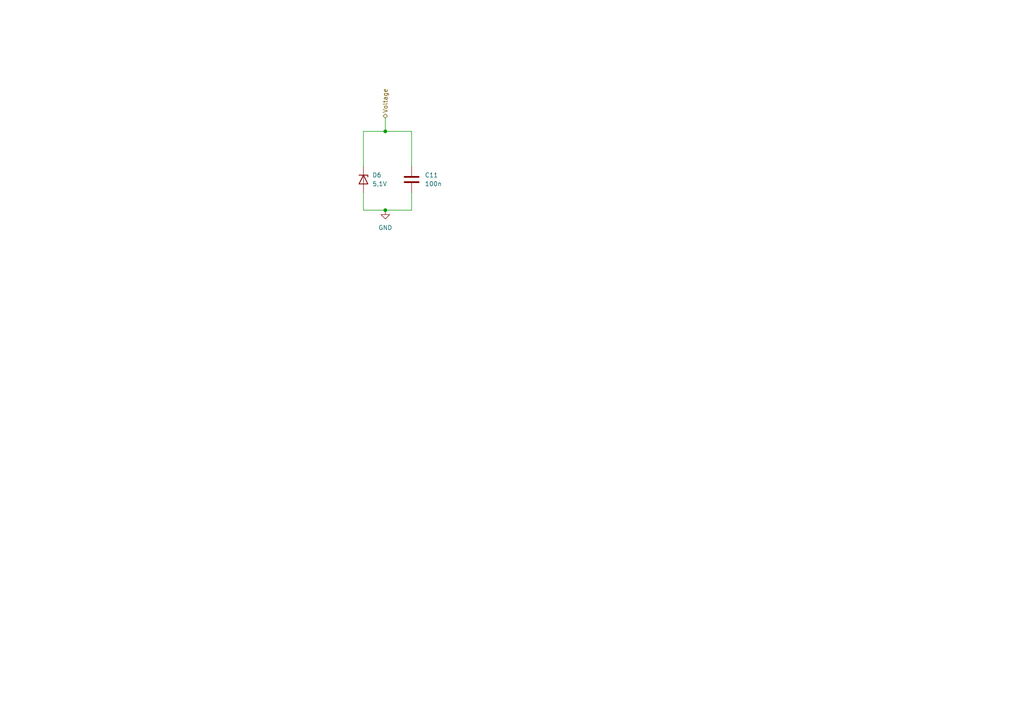
<source format=kicad_sch>
(kicad_sch (version 20231120) (generator "eeschema") (generator_version "8.0")
  (paper "A4")
  (lib_symbols
    (symbol "Device:C" (pin_numbers hide) (pin_names (offset 0.254))
      (property "Reference" "C" (at 0.635 2.54 0))
      (property "Value" "C" (at 0.635 -2.54 0))
      (symbol "C_0_1"
        (polyline (pts (xy -2.032 -0.762) (xy 2.032 -0.762)) (stroke (width 0.508)))
        (polyline (pts (xy -2.032 0.762) (xy 2.032 0.762)) (stroke (width 0.508)))
      )
      (symbol "C_1_1"
        (pin passive line (at 0 3.81 270) (length 2.794) (name "~") (number "1"))
        (pin passive line (at 0 -3.81 90) (length 2.794) (name "~") (number "2"))
      )
    )
    (symbol "Device:D_Zener" (pin_numbers hide) (pin_names (offset 1.016) hide)
      (property "Reference" "D" (at 0 2.54 0))
      (property "Value" "D_Zener" (at 0 -2.54 0))
      (symbol "D_Zener_0_1"
        (polyline (pts (xy 1.27 0) (xy -1.27 0)))
        (polyline (pts (xy -1.27 -1.27) (xy -1.27 1.27) (xy -0.762 1.27)) (stroke (width 0.254)))
        (polyline (pts (xy 1.27 -1.27) (xy 1.27 1.27) (xy -1.27 0) (xy 1.27 -1.27)) (stroke (width 0.254)))
      )
      (symbol "D_Zener_1_1"
        (pin passive line (at -3.81 0 0) (length 2.54) (name "K") (number "1"))
        (pin passive line (at 3.81 0 180) (length 2.54) (name "A") (number "2"))
      )
    )
    (symbol "power:GND" (power) (pin_names (offset 0))
      (property "Value" "GND" (at 0 -3.81 0))
      (symbol "GND_0_1"
        (polyline (pts (xy 0 0) (xy 0 -1.27) (xy 1.27 -1.27) (xy 0 -2.54) (xy -1.27 -1.27) (xy 0 -1.27)))
      )
      (symbol "GND_1_1"
        (pin power_in line (at 0 0 270) (length 0) hide (name "GND") (number "1"))
      )
    )
  )
  (junction (at 111.76 60.96))
  (junction (at 111.76 38.1))
  (wire (pts (xy 111.76 38.1) (xy 105.41 38.1)))
  (wire (pts (xy 111.76 34.29) (xy 111.76 38.1)))
  (wire (pts (xy 119.38 48.26) (xy 119.38 38.1)))
  (wire (pts (xy 105.41 38.1) (xy 105.41 48.26)))
  (wire (pts (xy 119.38 38.1) (xy 111.76 38.1)))
  (wire (pts (xy 105.41 55.88) (xy 105.41 60.96)))
  (wire (pts (xy 105.41 60.96) (xy 111.76 60.96)))
  (wire (pts (xy 111.76 60.96) (xy 119.38 60.96)))
  (wire (pts (xy 119.38 60.96) (xy 119.38 55.88)))
  (hierarchical_label "Voltage" (shape bidirectional) (at 111.76 34.29 90))
  (symbol (lib_id "power:GND") (at 111.76 60.96 0) (unit 1)
    (property "Reference" "#PWR0166" (effects (hide yes)))
    (property "Value" "GND" (at 111.76 66.04 0))
  )
  (symbol (lib_id "Device:C") (at 119.38 52.07 0) (unit 1)
    (property "Reference" "C11" (at 123.19 50.7999 0) (effects (justify left)))
    (property "Value" "100n" (at 123.19 53.3399 0) (effects (justify left)))
    (property "Footprint" "Capacitor_SMD:C_1206_3216Metric_Pad1.33x1.80mm_HandSolder" (effects (hide yes)))
  )
  (symbol (lib_id "Device:D_Zener") (at 105.41 52.07 270) (unit 1)
    (property "Reference" "D6" (at 107.95 50.7999 90) (effects (justify left)))
    (property "Value" "5,1V" (at 107.95 53.3399 90) (effects (justify left)))
    (property "Footprint" "Diode_SMD:D_SMA_Handsoldering" (effects (hide yes)))
  )
)
</source>
